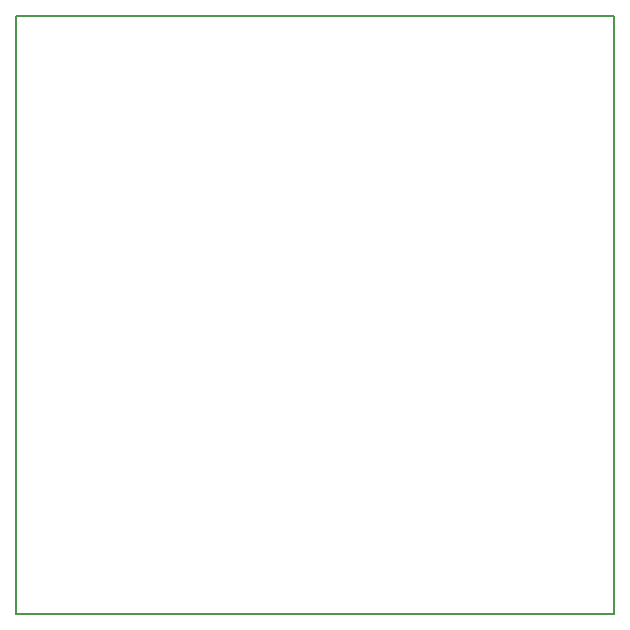
<source format=gbo>
G04 MADE WITH FRITZING*
G04 WWW.FRITZING.ORG*
G04 DOUBLE SIDED*
G04 HOLES PLATED*
G04 CONTOUR ON CENTER OF CONTOUR VECTOR*
%ASAXBY*%
%FSLAX23Y23*%
%MOIN*%
%OFA0B0*%
%SFA1.0B1.0*%
%ADD10R,2.000000X2.000000X1.984000X1.984000*%
%ADD11C,0.008000*%
%LNSILK0*%
G90*
G70*
G54D11*
X4Y1996D02*
X1996Y1996D01*
X1996Y4D01*
X4Y4D01*
X4Y1996D01*
D02*
G04 End of Silk0*
M02*
</source>
